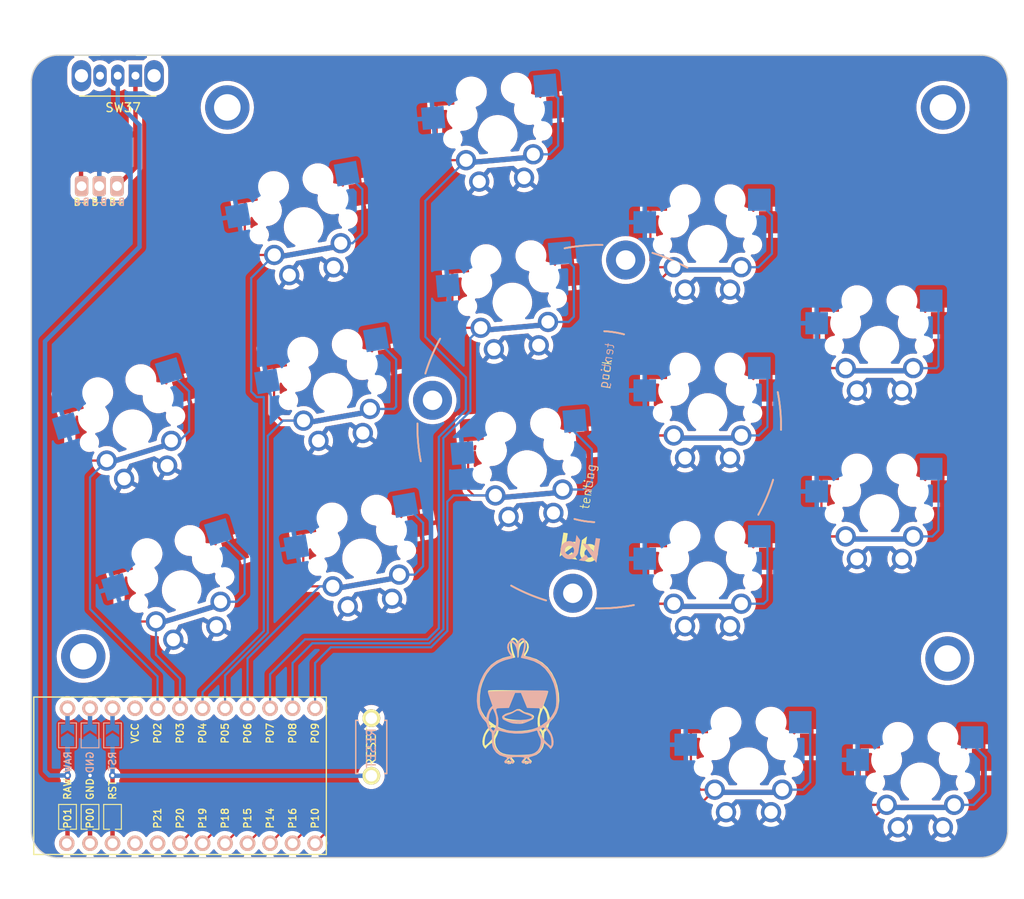
<source format=kicad_pcb>
(kicad_pcb (version 20221018) (generator pcbnew)
  (title_block (title "batta_choc") (rev "v1.0.0") (company "Unknown"))
  (layers (0 "F.Cu" signal) (31 "B.Cu" signal) (34 "B.Paste" user) (35 "F.Paste" user) (36 "B.SilkS" user "B.Silkscreen") (37 "F.SilkS" user "F.Silkscreen") (38 "B.Mask" user) (39 "F.Mask" user) (44 "Edge.Cuts" user))
  (net 0 "")
  (net 1 "GND")
  (net 2 "matrix_pinky_home")
  (net 3 "matrix_ring_bottom")
  (net 4 "matrix_ring_home")
  (net 5 "matrix_ring_top")
  (net 6 "matrix_middle_bottom")
  (net 7 "matrix_middle_home")
  (net 8 "matrix_middle_top")
  (net 9 "matrix_index_bottom")
  (net 10 "matrix_index_home")
  (net 11 "matrix_index_top")
  (net 12 "matrix_inner_bottom")
  (net 13 "matrix_inner_home")
  (net 14 "thumb_tucky")
  (net 15 "thumb_reachy")
  (net 16 "RAW")
  (net 17 "RST")
  (net 18 "matrix_pinky_top")
  (net 19 "b+")
  (footprint "Alaa:MX-hotswap-reversible" (layer "F.Cu") (at 249.090824 84.505717 -175)
    (fp_text reference "S7" hide)
    (fp_text value "" hide)
  )
  (footprint "Alaa:MX-hotswap-reversible" (layer "F.Cu") (at 247.434865 65.578018 -175)
    (fp_text reference "S8" hide)
    (fp_text value "" hide)
  )
  (footprint "Alaa:MX-hotswap-reversible" (layer "F.Cu") (at 228.826421 94.688497 -170)
    (fp_text reference "S4" hide)
    (fp_text value "" hide)
  )
  (footprint "Alaa:ProMicro32keys" (layer "F.Cu") (at 212.852 137.954)
    (fp_text reference "MCU1" hide)
    (fp_text value "" hide)
  )
  (footprint "clipboard:588d3aa5-8931-420f-9c57-a8cdf3d19d32" (layer "F.Cu") (at 239.946264 105.656174 -9)
    (fp_text reference "")
    (fp_text value "")
  )
  (footprint "Alaa:MX-hotswap-reversible" (layer "F.Cu") (at 211.766186 116.988841 -163)
    (fp_text reference "S1" hide)
    (fp_text value "" hide)
  )
  (footprint "LOGO" (layer "F.Cu") (at 249.682 130.81)
    (fp_text reference "G***" hide)
    (fp_text value "LOGO" hide)
  )
  (footprint "" (layer "F.Cu") (at 200.66 124.46)
    (fp_text reference "")
    (fp_text value "")
  )
  (footprint "Alaa:MX-hotswap-reversible" (layer "F.Cu") (at 271.115601 115.986367 180)
    (fp_text reference "S9" hide)
    (fp_text value "" hide)
  )
  (footprint "Alaa:MX-hotswap-reversible" (layer "F.Cu") (at 290.515601 108.386367 180)
    (fp_text reference "S12" hide)
    (fp_text value "" hide)
  )
  (footprint "Alaa:MX-hotswap-reversible" (layer "F.Cu") (at 275.740601 136.986367 180)
    (fp_text reference "S14" hide)
    (fp_text value "" hide)
  )
  (footprint "Alaa:MX-hotswap-reversible" (layer "F.Cu") (at 232.125737 113.399844 -170)
    (fp_text reference "S3" hide)
    (fp_text value "" hide)
  )
  (footprint "Alaa:SW_CuK_OS102011MA1QN1_SPDT_Angled" (layer "F.Cu") (at 206.55 58.9 180)
    (fp_text reference "SW37")
    (fp_text value "SW_SPDT")
  )
  (footprint "" (layer "F.Cu") (at 297.688 62.484)
    (fp_text reference "")
    (fp_text value "")
  )
  (footprint "" (layer "F.Cu") (at 216.916 62.484)
    (fp_text reference "")
    (fp_text value "")
  )
  (footprint "Alaa:MX-hotswap-reversible" (layer "F.Cu") (at 250.746784 103.433416 -175)
    (fp_text reference "S6" hide)
    (fp_text value "" hide)
  )
  (footprint "" (layer "F.Cu") (at 298.196 124.714)
    (fp_text reference "")
    (fp_text value "")
  )
  (footprint "Alaa:MX-hotswap-reversible" (layer "F.Cu") (at 295.140601 138.696367 180)
    (fp_text reference "S15" hide)
    (fp_text value "" hide)
  )
  (footprint "lib:bat" (layer "F.Cu") (at 202.47 71.374)
    (fp_text reference "PAD1" hide)
    (fp_text value "" hide)
  )
  (footprint "kbd:ResetSW" (layer "F.Cu") (at 233.172 134.704 -90)
    (fp_text reference "B1" hide)
    (fp_text value "")
  )
  (footprint "Alaa:MX-hotswap-reversible" (layer "F.Cu") (at 271.115601 77.986367 180)
    (fp_text reference "S11" hide)
    (fp_text value "" hide)
  )
  (footprint "Alaa:MX-hotswap-reversible" (layer "F.Cu") (at 206.211123 98.81905 -163)
    (fp_text reference "S2" hide)
    (fp_text value "" hide)
  )
  (footprint "Alaa:MX-hotswap-reversible" (layer "F.Cu") (at 290.515601 89.386367 180)
    (fp_text reference "S13" hide)
    (fp_text value "" hide)
  )
  (footprint "Alaa:MX-hotswap-reversible" (layer "F.Cu") (at 225.527106 75.97715 -170)
    (fp_text reference "S5" hide)
    (fp_text value "" hide)
  )
  (footprint "Alaa:MX-hotswap-reversible" (layer "F.Cu") (at 271.115601 96.986367 180)
    (fp_text reference "S10" hide)
    (fp_text value "" hide)
  )
  (footprint "LOGO" (layer "B.Cu") (at 249.768888 130.847319 180)
    (fp_text reference "G***" hide)
    (fp_text value "LOGO" hide)
  )
  (gr_line (start 197.803209 147.196367) (end 301.990601 147.196367) (stroke (width 0.15)) (layer "Edge.Cuts"))
  (gr_arc (start 197.803209 147.196367) (mid 195.681895 146.317689) (end 194.803209 144.196367) (stroke (width 0.15)) (layer "Edge.Cuts"))
  (gr_line (start 197.803209 56.581422) (end 301.990601 56.581422) (stroke (width 0.15)) (layer "Edge.Cuts"))
  (gr_arc (start 304.990601 144.196367) (mid 304.111933 146.317709) (end 301.990601 147.196367) (stroke (width 0.15)) (layer "Edge.Cuts"))
  (gr_line (start 194.803209 144.196367) (end 194.803209 59.581422) (stroke (width 0.15)) (layer "Edge.Cuts"))
  (gr_line (start 304.990601 144.196367) (end 304.990601 59.581422) (stroke (width 0.15)) (layer "Edge.Cuts"))
  (gr_arc (start 301.990601 56.581422) (mid 304.111921 57.460102) (end 304.990601 59.581422) (stroke (width 0.15)) (layer "Edge.Cuts"))
  (gr_arc (start 194.803209 59.581422) (mid 195.681889 57.460102) (end 197.803209 56.581422) (stroke (width 0.15)) (layer "Edge.Cuts"))
  (segment (start 201.422 137.954) (end 201.422 141.867523) (width 0.5) (layer "F.Cu") (net 1))
  (via (at 201.422 137.922) (size 0.8) (drill 0.4) (layers "F.Cu" "B.Cu") (net 1))
  (segment (start 201.422 134.117523) (end 201.422 137.954) (width 0.5) (layer "B.Cu") (net 1))
  (segment (start 205.212683 120.531791) (end 208.865289 120.531791) (width 0.25) (layer "F.Cu") (net 2))
  (segment (start 204.694205 113.838848) (end 204.694205 120.013313) (width 0.25) (layer "F.Cu") (net 2))
  (segment (start 204.694205 120.013313) (end 205.212683 120.531791) (width 0.25) (layer "F.Cu") (net 2))
  (segment (start 215.86767 110.422777) (end 218.870446 113.425553) (width 0.25) (layer "B.Cu") (net 2))
  (segment (start 217.992081 118.303919) (end 216.152331 118.303919) (width 0.25) (layer "B.Cu") (net 2))
  (segment (start 211.582 130.334) (end 211.582 127) (width 0.25) (layer "B.Cu") (net 2))
  (segment (start 208.865289 124.283289) (end 208.865289 120.531791) (width 0.25) (layer "B.Cu") (net 2))
  (segment (start 218.870446 117.425554) (end 217.992081 118.303919) (width 0.25) (layer "B.Cu") (net 2))
  (segment (start 211.582 127) (end 208.865289 124.283289) (width 0.25) (layer "B.Cu") (net 2))
  (segment (start 218.870446 113.425553) (end 218.870446 117.425554) (width 0.25) (layer "B.Cu") (net 2))
  (segment (start 225.490357 116.016357) (end 226.036855 116.562855) (width 0.25) (layer "F.Cu") (net 3))
  (segment (start 225.490357 109.411473) (end 225.490357 116.016357) (width 0.25) (layer "F.Cu") (net 3))
  (segment (start 226.036855 116.562855) (end 228.814686 116.562855) (width 0.25) (layer "F.Cu") (net 3))
  (segment (start 239.014 109.399717) (end 239.014 114.3) (width 0.25) (layer "B.Cu") (net 3))
  (segment (start 227.353145 116.562855) (end 228.814686 116.562855) (width 0.25) (layer "B.Cu") (net 3))
  (segment (start 236.996851 107.382568) (end 239.014 109.399717) (width 0.25) (layer "B.Cu") (net 3))
  (segment (start 219.202 130.334) (end 219.202 124.714) (width 0.25) (layer "B.Cu") (net 3))
  (segment (start 238.074344 115.239656) (end 236.318921 115.239656) (width 0.25) (layer "B.Cu") (net 3))
  (segment (start 239.014 114.3) (end 238.074344 115.239656) (width 0.25) (layer "B.Cu") (net 3))
  (segment (start 219.202 124.714) (end 227.353145 116.562855) (width 0.25) (layer "B.Cu") (net 3))
  (segment (start 222.191041 96.969041) (end 223.073508 97.851508) (width 0.25) (layer "F.Cu") (net 4))
  (segment (start 222.191041 90.700126) (end 222.191041 96.969041) (width 0.25) (layer "F.Cu") (net 4))
  (segment (start 223.073508 97.851508) (end 225.51537 97.851508) (width 0.25) (layer "F.Cu") (net 4))
  (segment (start 223.204492 97.851508) (end 225.51537 97.851508) (width 0.25) (layer "B.Cu") (net 4))
  (segment (start 235.966 96.266) (end 235.703691 96.528309) (width 0.25) (layer "B.Cu") (net 4))
  (segment (start 221.488 99.568) (end 223.204492 97.851508) (width 0.25) (layer "B.Cu") (net 4))
  (segment (start 216.662 130.334) (end 216.662 126.618282) (width 0.25) (layer "B.Cu") (net 4))
  (segment (start 216.662 126.618282) (end 221.488 121.792282) (width 0.25) (layer "B.Cu") (net 4))
  (segment (start 235.703691 96.528309) (end 233.019605 96.528309) (width 0.25) (layer "B.Cu") (net 4))
  (segment (start 233.697535 88.671221) (end 234.058463 89.032149) (width 0.25) (layer "B.Cu") (net 4))
  (segment (start 235.966 90.932) (end 235.966 96.266) (width 0.25) (layer "B.Cu") (net 4))
  (segment (start 234.066149 89.032149) (end 235.966 90.932) (width 0.25) (layer "B.Cu") (net 4))
  (segment (start 234.058463 89.032149) (end 234.066149 89.032149) (width 0.25) (layer "B.Cu") (net 4))
  (segment (start 221.488 121.792282) (end 221.488 99.568) (width 0.25) (layer "B.Cu") (net 4))
  (segment (start 218.891726 71.988779) (end 218.891726 78.429726) (width 0.25) (layer "F.Cu") (net 5))
  (segment (start 218.891726 78.429726) (end 219.602161 79.140161) (width 0.25) (layer "F.Cu") (net 5))
  (segment (start 219.602161 79.140161) (end 222.216055 79.140161) (width 0.25) (layer "F.Cu") (net 5))
  (segment (start 232.156 76.708) (end 231.047038 77.816962) (width 0.25) (layer "B.Cu") (net 5))
  (segment (start 232.156 71.717654) (end 232.156 76.708) (width 0.25) (layer "B.Cu") (net 5))
  (segment (start 220.234802 95.194794) (end 219.610302 94.570294) (width 0.25) (layer "B.Cu") (net 5))
  (segment (start 221.03848 95.194794) (end 220.234802 95.194794) (width 0.25) (layer "B.Cu") (net 5))
  (segment (start 231.047038 77.816962) (end 229.72029 77.816962) (width 0.25) (layer "B.Cu") (net 5))
  (segment (start 219.610302 94.570294) (end 219.610302 81.745914) (width 0.25) (layer "B.Cu") (net 5))
  (segment (start 230.39822 69.959874) (end 232.156 71.717654) (width 0.25) (layer "B.Cu") (net 5))
  (segment (start 219.610302 81.745914) (end 222.216055 79.140161) (width 0.25) (layer "B.Cu") (net 5))
  (segment (start 214.122 128.522564) (end 221.03848 121.606084) (width 0.25) (layer "B.Cu") (net 5))
  (segment (start 214.122 130.334) (end 214.122 128.522564) (width 0.25) (layer "B.Cu") (net 5))
  (segment (start 221.03848 121.606084) (end 221.03848 95.194794) (width 0.25) (layer "B.Cu") (net 5))
  (segment (start 244.725814 106.295814) (end 247.172658 106.295814) (width 0.25) (layer "F.Cu") (net 6))
  (segment (start 244.094 99.272174) (end 244.094 105.664) (width 0.25) (layer "F.Cu") (net 6))
  (segment (start 244.094 105.664) (end 244.725814 106.295814) (width 0.25) (layer "F.Cu") (net 6))
  (segment (start 244.484263 98.881911) (end 244.094 99.272174) (width 0.25) (layer "F.Cu") (net 6))
  (segment (start 256.123802 97.863583) (end 256.123802 99.151802) (width 0.25) (layer "B.Cu") (net 6))
  (segment (start 228.6 123.444) (end 239.904395 123.444) (width 0.25) (layer "B.Cu") (net 6))
  (segment (start 226.822 125.222) (end 228.6 123.444) (width 0.25) (layer "B.Cu") (net 6))
  (segment (start 258.064 104.648) (end 257.080313 105.631687) (width 0.25) (layer "B.Cu") (net 6))
  (segment (start 242.446186 106.295814) (end 247.172658 106.295814) (width 0.25) (layer "B.Cu") (net 6))
  (segment (start 241.75 121.598395) (end 241.75 106.992) (width 0.25) (layer "B.Cu") (net 6))
  (segment (start 241.75 106.992) (end 242.446186 106.295814) (width 0.25) (layer "B.Cu") (net 6))
  (segment (start 239.904395 123.444) (end 241.75 121.598395) (width 0.25) (layer "B.Cu") (net 6))
  (segment (start 256.123802 99.151802) (end 258.064 101.092) (width 0.25) (layer "B.Cu") (net 6))
  (segment (start 258.064 101.092) (end 258.064 104.648) (width 0.25) (layer "B.Cu") (net 6))
  (segment (start 257.080313 105.631687) (end 254.763661 105.631687) (width 0.25) (layer "B.Cu") (net 6))
  (segment (start 226.822 130.334) (end 226.822 125.222) (width 0.25) (layer "B.Cu") (net 6))
  (segment (start 243.070115 87.368115) (end 245.516698 87.368115) (width 0.25) (layer "F.Cu") (net 7))
  (segment (start 242.828303 79.954212) (end 242.316 80.466515) (width 0.25) (layer "F.Cu") (net 7))
  (segment (start 242.316 86.614) (end 243.070115 87.368115) (width 0.25) (layer "F.Cu") (net 7))
  (segment (start 242.316 80.466515) (end 242.316 86.614) (width 0.25) (layer "F.Cu") (net 7))
  (segment (start 241.3 121.411999) (end 241.3 99.822) (width 0.25) (layer "B.Cu") (net 7))
  (segment (start 224.282 125.222) (end 226.50952 122.99448) (width 0.25) (layer "B.Cu") (net 7))
  (segment (start 241.3 99.822) (end 244.348 96.774) (width 0.25) (layer "B.Cu") (net 7))
  (segment (start 239.717519 122.99448) (end 241.3 121.411999) (width 0.25) (layer "B.Cu") (net 7))
  (segment (start 226.50952 122.99448) (end 239.717519 122.99448) (width 0.25) (layer "B.Cu") (net 7))
  (segment (start 255.434012 86.703988) (end 253.107701 86.703988) (width 0.25) (layer "B.Cu") (net 7))
  (segment (start 224.282 130.334) (end 224.282 125.222) (width 0.25) (layer "B.Cu") (net 7))
  (segment (start 256.032 86.106) (end 255.434012 86.703988) (width 0.25) (layer "B.Cu") (net 7))
  (segment (start 244.348 88.536813) (end 245.516698 87.368115) (width 0.25) (layer "B.Cu") (net 7))
  (segment (start 244.348 96.774) (end 244.348 88.536813) (width 0.25) (layer "B.Cu") (net 7))
  (segment (start 256.032 80.500042) (end 256.032 86.106) (width 0.25) (layer "B.Cu") (net 7))
  (segment (start 254.467842 78.935884) (end 256.032 80.500042) (width 0.25) (layer "B.Cu") (net 7))
  (segment (start 241.414416 68.440416) (end 243.860739 68.440416) (width 0.25) (layer "F.Cu") (net 8))
  (segment (start 241.172344 61.026513) (end 240.538 61.660857) (width 0.25) (layer "F.Cu") (net 8))
  (segment (start 240.538 67.564) (end 241.414416 68.440416) (width 0.25) (layer "F.Cu") (net 8))
  (segment (start 240.538 61.660857) (end 240.538 67.564) (width 0.25) (layer "F.Cu") (net 8))
  (segment (start 250.787615 68.440416) (end 251.451742 67.776289) (width 0.25) (layer "F.Cu") (net 8))
  (segment (start 243.84 96.646282) (end 243.84 92.964) (width 0.25) (layer "B.Cu") (net 8))
  (segment (start 243.84 92.964) (end 239.268 88.392) (width 0.25) (layer "B.Cu") (net 8))
  (segment (start 252.811883 60.008185) (end 254.254 61.450302) (width 0.25) (layer "B.Cu") (net 8))
  (segment (start 225.68904 122.54496) (end 239.531322 122.54496) (width 0.25) (layer "B.Cu") (net 8))
  (segment (start 254.254 66.802) (end 253.279711 67.776289) (width 0.25) (layer "B.Cu") (net 8))
  (segment (start 240.792 99.694282) (end 243.84 96.646282) (width 0.25) (layer "B.Cu") (net 8))
  (segment (start 240.792 121.284282) (end 240.792 99.694282) (width 0.25) (layer "B.Cu") (net 8))
  (segment (start 253.279711 67.776289) (end 251.451742 67.776289) (width 0.25) (layer "B.Cu") (net 8))
  (segment (start 221.742 126.492) (end 225.68904 122.54496) (width 0.25) (layer "B.Cu") (net 8))
  (segment (start 254.254 61.450302) (end 254.254 66.802) (width 0.25) (layer "B.Cu") (net 8))
  (segment (start 239.531322 122.54496) (end 240.792 121.284282) (width 0.25) (layer "B.Cu") (net 8))
  (segment (start 221.742 130.334) (end 221.742 126.492) (width 0.25) (layer "B.Cu") (net 8))
  (segment (start 239.268 73.033155) (end 243.860739 68.440416) (width 0.25) (layer "B.Cu") (net 8))
  (segment (start 239.268 88.392) (end 239.268 73.033155) (width 0.25) (layer "B.Cu") (net 8))
  (segment (start 265.084367 118.526367) (end 267.305601 118.526367) (width 0.25) (layer "F.Cu") (net 9))
  (segment (start 261.05352 141.156197) (end 261.05352 119.43848) (width 0.25) (layer "F.Cu") (net 9))
  (segment (start 216.662 145.574) (end 219.85896 142.37704) (width 0.25) (layer "F.Cu") (net 9))
  (segment (start 259.832678 142.37704) (end 261.05352 141.156197) (width 0.25) (layer "F.Cu") (net 9))
  (segment (start 264.414 117.856) (end 265.084367 118.526367) (width 0.25) (layer "F.Cu") (net 9))
  (segment (start 264.414 111.765968) (end 264.414 117.856) (width 0.25) (layer "F.Cu") (net 9))
  (segment (start 261.05352 119.43848) (end 261.965633 118.526367) (width 0.25) (layer "F.Cu") (net 9))
  (segment (start 261.965633 118.526367) (end 267.305601 118.526367) (width 0.25) (layer "F.Cu") (net 9))
  (segment (start 265.273601 110.906367) (end 264.414 111.765968) (width 0.25) (layer "F.Cu") (net 9))
  (segment (start 219.85896 142.37704) (end 259.832678 142.37704) (width 0.25) (layer "F.Cu") (net 9))
  (segment (start 276.957601 110.906367) (end 277.876 111.824766) (width 0.25) (layer "B.Cu") (net 9))
  (segment (start 277.876 118.11) (end 277.459633 118.526367) (width 0.25) (layer "B.Cu") (net 9))
  (segment (start 277.459633 118.526367) (end 274.925601 118.526367) (width 0.25) (layer "B.Cu") (net 9))
  (segment (start 277.876 111.824766) (end 277.876 118.11) (width 0.25) (layer "B.Cu") (net 9))
  (segment (start 260.604 100.838) (end 261.915633 99.526367) (width 0.25) (layer "F.Cu") (net 10))
  (segment (start 264.414 98.552) (end 265.388367 99.526367) (width 0.25) (layer "F.Cu") (net 10))
  (segment (start 265.273601 91.906367) (end 264.414 92.765968) (width 0.25) (layer "F.Cu") (net 10))
  (segment (start 260.604 140.97) (end 260.604 100.838) (width 0.25) (layer "F.Cu") (net 10))
  (segment (start 264.414 92.765968) (end 264.414 98.552) (width 0.25) (layer "F.Cu") (net 10))
  (segment (start 214.122 145.574) (end 217.76848 141.92752) (width 0.25) (layer "F.Cu") (net 10))
  (segment (start 217.76848 141.92752) (end 259.64648 141.92752) (width 0.25) (layer "F.Cu") (net 10))
  (segment (start 259.64648 141.92752) (end 260.604 140.97) (width 0.25) (layer "F.Cu") (net 10))
  (segment (start 265.388367 99.526367) (end 267.305601 99.526367) (width 0.25) (layer "F.Cu") (net 10))
  (segment (start 261.915633 99.526367) (end 267.305601 99.526367) (width 0.25) (layer "F.Cu") (net 10))
  (segment (start 276.957601 91.906367) (end 277.876 92.824766) (width 0.25) (layer "B.Cu") (net 10))
  (segment (start 277.876 98.552) (end 276.901633 99.526367) (width 0.25) (layer "B.Cu") (net 10))
  (segment (start 276.901633 99.526367) (end 274.925601 99.526367) (width 0.25) (layer "B.Cu") (net 10))
  (segment (start 277.876 92.824766) (end 277.876 98.552) (width 0.25) (layer "B.Cu") (net 10))
  (segment (start 265.273601 72.906367) (end 264.668 73.511968) (width 0.25) (layer "F.Cu") (net 11))
  (segment (start 260.15448 87.57152) (end 267.199633 80.526367) (width 0.25) (layer "F.Cu") (net 11))
  (segment (start 264.668 73.511968) (end 264.668 79.756) (width 0.25) (layer "F.Cu") (net 11))
  (segment (start 260.15448 140.716) (end 260.15448 87.57152) (width 0.25) (layer "F.Cu") (net 11))
  (segment (start 264.668 79.756) (end 265.438367 80.526367) (width 0.25) (layer "F.Cu") (net 11))
  (segment (start 211.582 145.574) (end 215.678 141.478) (width 0.25) (layer "F.Cu") (net 11))
  (segment (start 267.199633 80.526367) (end 267.305601 80.526367) (width 0.25) (layer "F.Cu") (net 11))
  (segment (start 215.678 141.478) (end 259.39248 141.478) (width 0.25) (layer "F.Cu") (net 11))
  (segment (start 265.438367 80.526367) (end 267.305601 80.526367) (width 0.25) (layer "F.Cu") (net 11))
  (segment (start 259.39248 141.478) (end 260.15448 140.716) (width 0.25) (layer "F.Cu") (net 11))
  (segment (start 278.384 74.676) (end 278.384 78.994) (width 0.25) (layer "B.Cu") (net 11))
  (segment (start 276.957601 72.906367) (end 276.957601 73.249601) (width 0.25) (layer "B.Cu") (net 11))
  (segment (start 276.851633 80.526367) (end 274.925601 80.526367) (width 0.25) (layer "B.Cu") (net 11))
  (segment (start 276.957601 73.249601) (end 278.384 74.676) (width 0.25) (layer "B.Cu") (net 11))
  (segment (start 278.384 78.994) (end 276.851633 80.526367) (width 0.25) (layer "B.Cu") (net 11))
  (segment (start 283.972 109.982) (end 284.916367 110.926367) (width 0.25) (layer "F.Cu") (net 12))
  (segment (start 261.95256 128.954876) (end 262.695916 128.21152) (width 0.25) (layer "F.Cu") (net 12))
  (segment (start 284.673601 103.306367) (end 283.972 104.007968) (width 0.25) (layer "F.Cu") (net 12))
  (segment (start 260.205074 143.276079) (end 261.95256 141.528591) (width 0.25) (layer "F.Cu") (net 12))
  (segment (start 221.742 145.574) (end 224.03992 143.27608) (width 0.25) (layer "F.Cu") (net 12))
  (segment (start 262.695916 128.21152) (end 278.44248 128.21152) (width 0.25) (layer "F.Cu") (net 12))
  (segment (start 224.03992 143.27608) (end 260.205074 143.276079) (width 0.25) (layer "F.Cu") (net 12))
  (segment (start 281.432 112.014) (end 282.519633 110.926367) (width 0.25) (layer "F.Cu") (net 12))
  (segment (start 281.432 125.222) (end 281.432 112.014) (width 0.25) (layer "F.Cu") (net 12))
  (segment (start 283.972 104.007968) (end 283.972 109.982) (width 0.25) (layer "F.Cu") (net 12))
  (segment (start 278.44248 128.21152) (end 281.432 125.222) (width 0.25) (layer "F.Cu") (net 12))
  (segment (start 261.95256 141.528591) (end 261.95256 128.954876) (width 0.25) (layer "F.Cu") (net 12))
  (segment (start 282.519633 110.926367) (end 286.705601 110.926367) (width 0.25) (layer "F.Cu") (net 12))
  (segment (start 284.916367 110.926367) (end 286.705601 110.926367) (width 0.25) (layer "F.Cu") (net 12))
  (segment (start 296.489633 110.926367) (end 294.325601 110.926367) (width 0.25) (layer "B.Cu") (net 12))
  (segment (start 296.357601 103.306367) (end 297.18 104.128766) (width 0.25) (layer "B.Cu") (net 12))
  (segment (start 297.18 110.236) (end 296.489633 110.926367) (width 0.25) (layer "B.Cu") (net 12))
  (segment (start 297.18 104.128766) (end 297.18 110.236) (width 0.25) (layer "B.Cu") (net 12))
  (segment (start 278.13 127.762) (end 280.982 124.91) (width 0.25) (layer "F.Cu") (net 13))
  (segment (start 221.94944 142.82656) (end 260.018876 142.82656) (width 0.25) (layer "F.Cu") (net 13))
  (segment (start 283.718 85.261968) (end 283.718 90.932) (width 0.25) (layer "F.Cu") (net 13))
  (segment (start 260.018876 142.82656) (end 261.50304 141.342394) (width 0.25) (layer "F.Cu") (net 13))
  (segment (start 262.509718 127.762) (end 278.13 127.762) (width 0.25) (layer "F.Cu") (net 13))
  (segment (start 284.673601 84.306367) (end 283.718 85.261968) (width 0.25) (layer "F.Cu") (net 13))
  (segment (start 281.707633 91.926367) (end 286.705601 91.926367) (width 0.25) (layer "F.Cu") (net 13))
  (segment (start 280.982 124.91) (end 280.982 92.652) (width 0.25) (layer "F.Cu") (net 13))
  (segment (start 284.712367 91.926367) (end 286.705601 91.926367) (width 0.25) (layer "F.Cu") (net 13))
  (segment (start 261.50304 141.342394) (end 261.50304 128.768678) (width 0.25) (layer "F.Cu") (net 13))
  (segment (start 261.50304 128.768678) (end 262.509718 127.762) (width 0.25) (layer "F.Cu") (net 13))
  (segment (start 219.202 145.574) (end 221.94944 142.82656) (width 0.25) (layer "F.Cu") (net 13))
  (segment (start 283.718 90.932) (end 284.712367 91.926367) (width 0.25) (layer "F.Cu") (net 13))
  (segment (start 280.982 92.652) (end 281.707633 91.926367) (width 0.25) (layer "F.Cu") (net 13))
  (segment (start 297.18 91.694) (end 296.947633 91.926367) (width 0.25) (layer "B.Cu") (net 13))
  (segment (start 297.18 85.128766) (end 297.18 91.694) (width 0.25) (layer "B.Cu") (net 13))
  (segment (start 296.947633 91.926367) (end 294.325601 91.926367) (width 0.25) (layer "B.Cu") (net 13))
  (segment (start 296.357601 84.306367) (end 297.18 85.128766) (width 0.25) (layer "B.Cu") (net 13))
  (segment (start 271.930601 139.526367) (end 267.730888 143.72608) (width 0.25) (layer "F.Cu") (net 14))
  (segment (start 269.24 138.43) (end 270.336367 139.526367) (width 0.25) (layer "F.Cu") (net 14))
  (segment (start 270.336367 139.526367) (end 271.930601 139.526367) (width 0.25) (layer "F.Cu") (net 14))
  (segment (start 267.730888 143.72608) (end 226.12992 143.72608) (width 0.25) (layer "F.Cu") (net 14))
  (segment (start 226.12992 143.72608) (end 224.282 145.574) (width 0.25) (layer "F.Cu") (net 14))
  (segment (start 269.898601 131.906367) (end 269.24 132.564968) (width 0.25) (layer "F.Cu") (net 14))
  (segment (start 269.24 132.564968) (end 269.24 138.43) (width 0.25) (layer "F.Cu") (net 14))
  (segment (start 282.702 133.025766) (end 282.702 138.684) (width 0.25) (layer "B.Cu") (net 14))
  (segment (start 281.582601 131.906367) (end 282.702 133.025766) (width 0.25) (layer "B.Cu") (net 14))
  (segment (start 282.702 138.684) (end 281.859633 139.526367) (width 0.25) (layer "B.Cu") (net 14))
  (segment (start 281.859633 139.526367) (end 279.550601 139.526367) (width 0.25) (layer "B.Cu") (net 14))
  (segment (start 289.064367 141.236367) (end 291.330601 141.236367) (width 0.25) (layer "F.Cu") (net 15))
  (segment (start 288.390888 144.17608) (end 291.330601 141.236367) (width 0.25) (layer "F.Cu") (net 15))
  (segment (start 288.29 134.624968) (end 288.29 140.462) (width 0.25) (layer "F.Cu") (net 15))
  (segment (start 226.822 145.574) (end 228.21992 144.17608) (width 0.25) (layer "F.Cu") (net 15))
  (segment (start 288.29 140.462) (end 289.064367 141.236367) (width 0.25) (layer "F.Cu") (net 15))
  (segment (start 289.298601 133.616367) (end 288.29 134.624968) (width 0.25) (layer "F.Cu") (net 15))
  (segment (start 228.21992 144.17608) (end 288.390888 144.17608) (width 0.25) (layer "F.Cu") (net 15))
  (segment (start 301.147972 141.236367) (end 298.950601 141.236367) (width 0.25) (layer "B.Cu") (net 15))
  (segment (start 300.982601 134.358601) (end 302.514 135.89) (width 0.25) (layer "B.Cu") (net 15))
  (segment (start 302.514 139.870339) (end 301.147972 141.236367) (width 0.25) (layer "B.Cu") (net 15))
  (segment (start 302.514 135.89) (end 302.514 139.870339) (width 0.25) (layer "B.Cu") (net 15))
  (segment (start 300.982601 133.616367) (end 300.982601 134.358601) (width 0.25) (layer "B.Cu") (net 15))
  (segment (start 198.882 141.867523) (end 198.882 137.954) (width 0.5) (layer "F.Cu") (net 16))
  (via (at 198.882 137.922) (size 0.8) (drill 0.4) (layers "F.Cu" "B.Cu") (net 16))
  (segment (start 204.55 62) (end 204.55 58.9) (width 0.5) (layer "B.Cu") (net 16))
  (segment (start 207.01 78.232) (end 207.01 64.46) (width 0.5) (layer "B.Cu") (net 16))
  (segment (start 196.85 137.922) (end 196.342 137.414) (width 0.5) (layer "B.Cu") (net 16))
  (segment (start 198.882 137.922) (end 196.85 137.922) (width 0.5) (layer "B.Cu") (net 16))
  (segment (start 207.01 64.46) (end 204.55 62) (width 0.5) (layer "B.Cu") (net 16))
  (segment (start 198.882 134.117523) (end 198.882 137.954) (width 0.55) (layer "B.Cu") (net 16))
  (segment (start 196.342 137.414) (end 196.342 88.9) (width 0.5) (layer "B.Cu") (net 16))
  (segment (start 196.342 88.9) (end 207.01 78.232) (width 0.5) (layer "B.Cu") (net 16))
  (segment (start 203.962 141.867523) (end 203.962 137.954) (width 0.5) (layer "F.Cu") (net 17))
  (via (at 203.962 137.922) (size 0.8) (drill 0.4) (layers "F.Cu" "B.Cu") (net 17))
  (segment (start 203.962 137.954) (end 233.172 137.954) (width 0.5) (layer "B.Cu") (net 17))
  (segment (start 203.962 134.117523) (end 203.962 137.954) (width 0.5) (layer "B.Cu") (net 17))
  (segment (start 200.758892 102.362) (end 203.310226 102.362) (width 0.25) (layer "F.Cu") (net 18))
  (segment (start 199.139142 95.669057) (end 199.139142 100.74225) (width 0.25) (layer "F.Cu") (net 18))
  (segment (start 199.139142 100.74225) (end 200.758892 102.362) (width 0.25) (layer "F.Cu") (net 18))
  (segment (start 201.422 119.126) (end 201.422 104.250226) (width 0.25) (layer "B.Cu") (net 18))
  (segment (start 211.523872 100.134128) (end 210.597268 100.134128) (width 0.25) (layer "B.Cu") (net 18))
  (segment (start 209.042 130.334) (end 209.042 126.746) (width 0.25) (layer "B.Cu") (net 18))
  (segment (start 210.312607 92.252986) (end 212.598 94.538379) (width 0.25) (layer "B.Cu") (net 18))
  (segment (start 212.598 99.06) (end 211.523872 100.134128) (width 0.25) (layer "B.Cu") (net 18))
  (segment (start 212.598 94.538379) (end 212.598 99.06) (width 0.25) (layer "B.Cu") (net 18))
  (segment (start 201.422 104.250226) (end 203.310226 102.362) (width 0.25) (layer "B.Cu") (net 18))
  (segment (start 209.042 126.746) (end 201.422 119.126) (width 0.25) (layer "B.Cu") (net 18))
  (segment (start 206.55 69.294) (end 206.55 58.9) (width 0.5) (layer "F.Cu") (net 19))
  (segment (start 200.406 67.564) (end 200.85 67.12) (width 0.5) (layer "F.Cu") (net 19))
  (segment (start 200.85 67.12) (end 204.68 67.12) (width 0.5) (layer "F.Cu") (net 19))
  (segment (start 200.47 71.374) (end 200.406 71.31) (width 0.5) (layer "F.Cu") (net 19))
  (segment (start 204.47 71.374) (end 206.55 69.294) (width 0.5) (layer "F.Cu") (net 19))
  (segment (start 200.406 71.31) (end 200.406 67.564) (width 0.5) (layer "F.Cu") (net 19))
  (segment (start 204.68 67.12) (end 206.55 65.25) (width 0.5) (layer "F.Cu") (net 19))
  (segment (start 206.55 65.25) (end 206.55 64.1) (width 0.5) (layer "F.Cu") (net 19))
  (zone (net 1) (net_name "GND") (layers "F&B.Cu") (connect_pads (clearance 0.508)) (min_thickness 0.254) (fill yes (thermal_gap 0.508) (thermal_bridge_width 0.508) (island_removal_mode 1) (island_area_min 0))
    (polygon (pts (xy 306.832 151.892) (xy 191.262 150.876) (xy 192.278 54.61) (xy 306.832 54.864)))
  )
)
</source>
